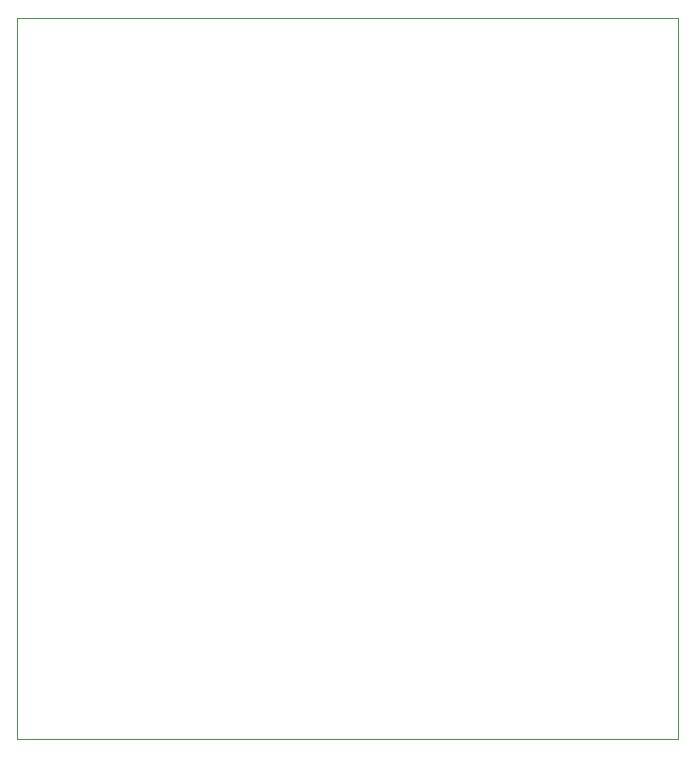
<source format=gbr>
%TF.GenerationSoftware,KiCad,Pcbnew,9.0.6*%
%TF.CreationDate,2026-01-24T10:26:07+01:00*%
%TF.ProjectId,Protection,50726f74-6563-4746-996f-6e2e6b696361,rev?*%
%TF.SameCoordinates,Original*%
%TF.FileFunction,Profile,NP*%
%FSLAX46Y46*%
G04 Gerber Fmt 4.6, Leading zero omitted, Abs format (unit mm)*
G04 Created by KiCad (PCBNEW 9.0.6) date 2026-01-24 10:26:07*
%MOMM*%
%LPD*%
G01*
G04 APERTURE LIST*
%TA.AperFunction,Profile*%
%ADD10C,0.050000*%
%TD*%
G04 APERTURE END LIST*
D10*
X135000000Y-114000000D02*
X135000000Y-53000000D01*
X83000000Y-53000000D02*
X79000000Y-53000000D01*
X79000000Y-114000000D02*
X135000000Y-114000000D01*
X135000000Y-53000000D02*
X83000000Y-53000000D01*
X79000000Y-53000000D02*
X79000000Y-114000000D01*
M02*

</source>
